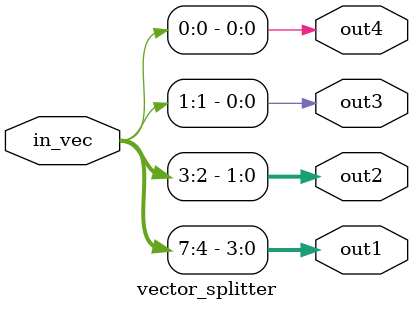
<source format=v>
module vector_splitter (
    input  [7:0] in_vec,
    output [3:0] out1,
    output [1:0] out2,
    output       out3,
    output       out4
);
    assign out1[3:0] = in_vec[7:4];
    assign out2[1:0] = in_vec[3:2];
    assign out3 = in_vec[1];
    assign out4 = in_vec[0];
    
endmodule

</source>
